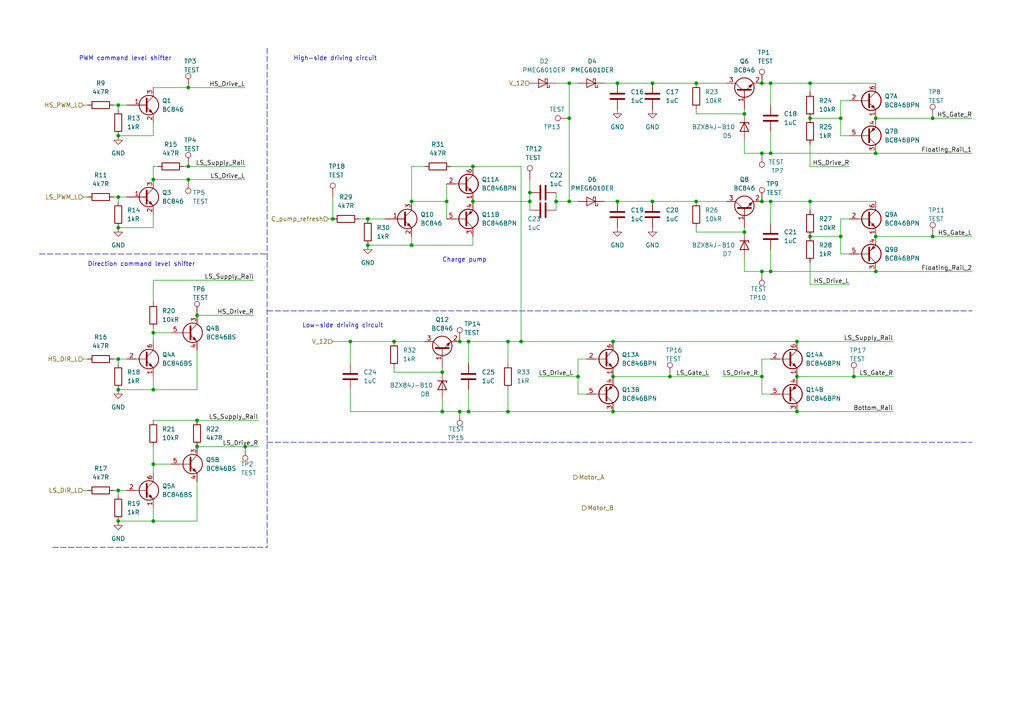
<source format=kicad_sch>
(kicad_sch (version 20211123) (generator eeschema)
  (paper "A4")
  (lib_symbols
    (symbol "Connector:TestPoint" (pin_numbers hide) (pin_names (offset 0.762) hide)
      (property "Reference" "TP" (at 0 6.858 0))
      (property "Value" "TestPoint" (at 0 5.08 0))
      (symbol "TestPoint_0_1"
        (circle (center 0 3.302) (radius 0.762))
      )
      (symbol "TestPoint_1_1"
        (pin passive line (at 0 0 90) (length 2.54) (name "1") (number "1"))
      )
    )
    (symbol "Device:C" (pin_numbers hide) (pin_names (offset 0.254))
      (property "Reference" "C" (at 0.635 2.54 0))
      (property "Value" "C" (at 0.635 -2.54 0))
      (symbol "C_0_1"
        (polyline (pts (xy -2.032 -0.762) (xy 2.032 -0.762)) (stroke (width 0.508)))
        (polyline (pts (xy -2.032 0.762) (xy 2.032 0.762)) (stroke (width 0.508)))
      )
      (symbol "C_1_1"
        (pin passive line (at 0 3.81 270) (length 2.794) (name "~") (number "1"))
        (pin passive line (at 0 -3.81 90) (length 2.794) (name "~") (number "2"))
      )
    )
    (symbol "Device:R" (pin_numbers hide) (pin_names (offset 0))
      (property "Reference" "R" (at 2.032 0 90))
      (property "Value" "R" (at 0 0 90))
      (symbol "R_0_1"
        (rectangle (start -1.016 -2.54) (end 1.016 2.54) (stroke (width 0.254)))
      )
      (symbol "R_1_1"
        (pin passive line (at 0 3.81 270) (length 1.27) (name "~") (number "1"))
        (pin passive line (at 0 -3.81 90) (length 1.27) (name "~") (number "2"))
      )
    )
    (symbol "Diode:BZX84Cxx" (pin_numbers hide) (pin_names hide)
      (property "Reference" "D" (at 0 3.81 0))
      (property "Value" "BZX84Cxx" (at 0 -3.81 0))
      (symbol "BZX84Cxx_0_1"
        (polyline (pts (xy 1.27 0) (xy -1.27 0)))
        (polyline (pts (xy -1.27 -1.27) (xy -1.27 1.27) (xy -0.762 1.27)) (stroke (width 0.254)))
        (polyline (pts (xy 1.27 -1.27) (xy 1.27 1.27) (xy -1.27 0) (xy 1.27 -1.27)) (stroke (width 0.254)))
      )
      (symbol "BZX84Cxx_1_1"
        (pin passive line (at 3.81 0 180) (length 2.54) (name "A") (number "1"))
        (pin no_connect line (at 1.27 0 180) (length 2.54) hide (name "NC") (number "2"))
        (pin passive line (at -3.81 0 0) (length 2.54) (name "K") (number "3"))
      )
    )
    (symbol "Diode:PMEG6010ER" (pin_numbers hide) (pin_names hide)
      (property "Reference" "D" (at 0 2.54 0))
      (property "Value" "PMEG6010ER" (at 0 -2.54 0))
      (symbol "PMEG6010ER_0_1"
        (polyline (pts (xy 1.27 0) (xy -1.27 0)))
        (polyline (pts (xy 1.27 1.27) (xy 1.27 -1.27) (xy -1.27 0) (xy 1.27 1.27)) (stroke (width 0.2032)))
        (polyline (pts (xy -1.905 0.635) (xy -1.905 1.27) (xy -1.27 1.27) (xy -1.27 -1.27) (xy -0.635 -1.27) (xy -0.635 -0.635)) (stroke (width 0.2032)))
      )
      (symbol "PMEG6010ER_1_1"
        (pin passive line (at -3.81 0 0) (length 2.54) (name "K") (number "1"))
        (pin passive line (at 3.81 0 180) (length 2.54) (name "A") (number "2"))
      )
    )
    (symbol "Transistor_BJT:BC846" (pin_names (offset 0) hide)
      (property "Reference" "Q" (at 5.08 1.905 0))
      (property "Value" "BC846" (at 5.08 0 0))
      (symbol "BC846_0_1"
        (polyline (pts (xy 0.635 0.635) (xy 2.54 2.54)))
        (polyline (pts (xy 0.635 -0.635) (xy 2.54 -2.54) (xy 2.54 -2.54)))
        (polyline (pts (xy 0.635 1.905) (xy 0.635 -1.905) (xy 0.635 -1.905)) (stroke (width 0.508)))
        (polyline (pts (xy 1.27 -1.778) (xy 1.778 -1.27) (xy 2.286 -2.286) (xy 1.27 -1.778) (xy 1.27 -1.778)) (fill (type outline)))
        (circle (center 1.27 0) (radius 2.8194) (stroke (width 0.254)))
      )
      (symbol "BC846_1_1"
        (pin input line (at -5.08 0 0) (length 5.715) (name "B") (number "1"))
        (pin passive line (at 2.54 -5.08 90) (length 2.54) (name "E") (number "2"))
        (pin passive line (at 2.54 5.08 270) (length 2.54) (name "C") (number "3"))
      )
    )
    (symbol "Transistor_BJT:BC846BPN" (pin_names (offset 0) hide)
      (property "Reference" "Q" (at 5.08 1.27 0))
      (property "Value" "BC846BPN" (at 5.08 -1.27 0))
      (symbol "BC846BPN_0_1"
        (polyline (pts (xy 0.635 0) (xy -2.54 0)))
        (circle (center 1.27 0) (radius 2.8194) (stroke (width 0.254)))
        (circle (center 1.27 0) (radius 2.8194) (stroke (width 0.254)))
      )
      (symbol "BC846BPN_1_1"
        (polyline (pts (xy 0.635 0.635) (xy 2.54 2.54)))
        (polyline (pts (xy 0.635 -0.635) (xy 2.54 -2.54) (xy 2.54 -2.54)))
        (polyline (pts (xy 0.635 1.905) (xy 0.635 -1.905) (xy 0.635 -1.905)) (stroke (width 0.508)))
        (polyline (pts (xy 1.27 -1.778) (xy 1.778 -1.27) (xy 2.286 -2.286) (xy 1.27 -1.778) (xy 1.27 -1.778)) (fill (type outline)))
        (pin passive line (at 2.54 -5.08 90) (length 2.54) (name "E1") (number "1"))
        (pin input line (at -5.08 0 0) (length 2.54) (name "B1") (number "2"))
        (pin passive line (at 2.54 5.08 270) (length 2.54) (name "C1") (number "6"))
      )
      (symbol "BC846BPN_2_1"
        (polyline (pts (xy 0.635 0.635) (xy 2.54 2.54)))
        (polyline (pts (xy 0.635 -0.635) (xy 2.54 -2.54) (xy 2.54 -2.54)))
        (polyline (pts (xy 0.635 1.905) (xy 0.635 -1.905) (xy 0.635 -1.905)) (stroke (width 0.508)))
        (polyline (pts (xy 2.286 -1.778) (xy 1.778 -2.286) (xy 1.27 -1.27) (xy 2.286 -1.778) (xy 2.286 -1.778)) (fill (type outline)))
        (pin passive line (at 2.54 5.08 270) (length 2.54) (name "C2") (number "3"))
        (pin passive line (at 2.54 -5.08 90) (length 2.54) (name "E2") (number "4"))
        (pin input line (at -5.08 0 0) (length 2.54) (name "B2") (number "5"))
      )
    )
    (symbol "Transistor_BJT:BC846BS" (pin_names (offset 0) hide)
      (property "Reference" "Q" (at 5.08 1.27 0))
      (property "Value" "BC846BS" (at 5.08 -1.27 0))
      (symbol "BC846BS_0_1"
        (polyline (pts (xy 0.635 0) (xy -2.54 0)))
        (polyline (pts (xy 0.635 0.635) (xy 2.54 2.54)))
        (polyline (pts (xy 0.635 -0.635) (xy 2.54 -2.54) (xy 2.54 -2.54)))
        (polyline (pts (xy 0.635 1.905) (xy 0.635 -1.905) (xy 0.635 -1.905)) (stroke (width 0.508)))
        (polyline (pts (xy 1.27 -1.778) (xy 1.778 -1.27) (xy 2.286 -2.286) (xy 1.27 -1.778) (xy 1.27 -1.778)) (fill (type outline)))
        (circle (center 1.27 0) (radius 2.8194) (stroke (width 0.254)))
      )
      (symbol "BC846BS_1_1"
        (pin passive line (at 2.54 -5.08 90) (length 2.54) (name "E1") (number "1"))
        (pin input line (at -5.08 0 0) (length 2.54) (name "B1") (number "2"))
        (pin passive line (at 2.54 5.08 270) (length 2.54) (name "C1") (number "6"))
      )
      (symbol "BC846BS_2_1"
        (pin passive line (at 2.54 5.08 270) (length 2.54) (name "C2") (number "3"))
        (pin passive line (at 2.54 -5.08 90) (length 2.54) (name "E2") (number "4"))
        (pin input line (at -5.08 0 0) (length 2.54) (name "B2") (number "5"))
      )
    )
    (symbol "power:GND" (power) (pin_names (offset 0))
      (property "Value" "GND" (at 0 -3.81 0))
      (symbol "GND_0_1"
        (polyline (pts (xy 0 0) (xy 0 -1.27) (xy 1.27 -1.27) (xy 0 -2.54) (xy -1.27 -1.27) (xy 0 -1.27)))
      )
      (symbol "GND_1_1"
        (pin power_in line (at 0 0 270) (length 0) hide (name "GND") (number "1"))
      )
    )
  )
  (junction (at 151.13 99.06))
  (junction (at 189.23 24.13))
  (junction (at 194.31 109.22))
  (junction (at 177.8 109.22))
  (junction (at 96.52 63.5))
  (junction (at 44.45 96.52))
  (junction (at 201.93 58.42))
  (junction (at 57.15 91.44))
  (junction (at 135.89 119.38))
  (junction (at 128.27 119.38))
  (junction (at 177.8 99.06))
  (junction (at 247.65 109.22))
  (junction (at 179.07 24.13))
  (junction (at 34.29 113.03))
  (junction (at 234.95 24.13))
  (junction (at 106.68 63.5))
  (junction (at 270.51 68.58))
  (junction (at 234.95 58.42))
  (junction (at 57.15 129.54))
  (junction (at 161.29 58.42))
  (junction (at 34.29 151.13))
  (junction (at 54.61 48.26))
  (junction (at 135.89 99.06))
  (junction (at 220.98 78.74))
  (junction (at 153.67 55.88))
  (junction (at 223.52 44.45))
  (junction (at 177.8 119.38))
  (junction (at 254 44.45))
  (junction (at 167.64 109.22))
  (junction (at 128.27 107.95))
  (junction (at 44.45 113.03))
  (junction (at 119.38 71.12))
  (junction (at 54.61 25.4))
  (junction (at 220.98 109.22))
  (junction (at 231.14 119.38))
  (junction (at 137.16 58.42))
  (junction (at 153.67 58.42))
  (junction (at 254 34.29))
  (junction (at 34.29 30.48))
  (junction (at 101.6 99.06))
  (junction (at 189.23 58.42))
  (junction (at 147.32 99.06))
  (junction (at 201.93 24.13))
  (junction (at 34.29 142.24))
  (junction (at 129.54 58.42))
  (junction (at 231.14 99.06))
  (junction (at 243.84 34.29))
  (junction (at 119.38 58.42))
  (junction (at 254 78.74))
  (junction (at 234.95 68.58))
  (junction (at 243.84 68.58))
  (junction (at 179.07 58.42))
  (junction (at 114.3 99.06))
  (junction (at 220.98 24.13))
  (junction (at 34.29 104.14))
  (junction (at 231.14 109.22))
  (junction (at 254 68.58))
  (junction (at 133.35 99.06))
  (junction (at 270.51 34.29))
  (junction (at 44.45 134.62))
  (junction (at 220.98 58.42))
  (junction (at 215.9 67.31))
  (junction (at 220.98 44.45))
  (junction (at 34.29 57.15))
  (junction (at 165.1 34.29))
  (junction (at 147.32 119.38))
  (junction (at 54.61 52.07))
  (junction (at 44.45 52.07))
  (junction (at 44.45 151.13))
  (junction (at 137.16 48.26))
  (junction (at 223.52 58.42))
  (junction (at 165.1 58.42))
  (junction (at 215.9 33.02))
  (junction (at 57.15 121.92))
  (junction (at 223.52 78.74))
  (junction (at 165.1 24.13))
  (junction (at 223.52 24.13))
  (junction (at 133.35 119.38))
  (junction (at 34.29 39.37))
  (junction (at 34.29 66.04))
  (junction (at 234.95 34.29))
  (junction (at 71.12 129.54))
  (junction (at 106.68 71.12))
  (wire (pts (xy 177.8 119.38) (xy 231.14 119.38)))
  (wire (pts (xy 161.29 24.13) (xy 165.1 24.13)))
  (wire (pts (xy 247.65 109.22) (xy 259.08 109.22)))
  (wire (pts (xy 44.45 121.92) (xy 57.15 121.92)))
  (wire (pts (xy 44.45 39.37) (xy 44.45 35.56)))
  (wire (pts (xy 243.84 68.58) (xy 243.84 73.66)))
  (wire (pts (xy 220.98 109.22) (xy 220.98 104.14)))
  (wire (pts (xy 201.93 58.42) (xy 210.82 58.42)))
  (wire (pts (xy 234.95 58.42) (xy 234.95 60.96)))
  (wire (pts (xy 24.13 104.14) (xy 25.4 104.14)))
  (wire (pts (xy 119.38 68.58) (xy 119.38 71.12)))
  (wire (pts (xy 243.84 34.29) (xy 243.84 39.37)))
  (wire (pts (xy 57.15 113.03) (xy 57.15 101.6)))
  (wire (pts (xy 234.95 24.13) (xy 234.95 26.67)))
  (wire (pts (xy 33.02 104.14) (xy 34.29 104.14)))
  (wire (pts (xy 135.89 99.06) (xy 135.89 105.41)))
  (wire (pts (xy 34.29 104.14) (xy 34.29 105.41)))
  (wire (pts (xy 114.3 99.06) (xy 123.19 99.06)))
  (wire (pts (xy 179.07 58.42) (xy 189.23 58.42)))
  (wire (pts (xy 24.13 30.48) (xy 25.4 30.48)))
  (wire (pts (xy 161.29 58.42) (xy 165.1 58.42)))
  (wire (pts (xy 44.45 147.32) (xy 44.45 151.13)))
  (wire (pts (xy 147.32 99.06) (xy 151.13 99.06)))
  (wire (pts (xy 234.95 58.42) (xy 254 58.42)))
  (wire (pts (xy 270.51 68.58) (xy 281.94 68.58)))
  (wire (pts (xy 220.98 24.13) (xy 223.52 24.13)))
  (wire (pts (xy 179.07 24.13) (xy 189.23 24.13)))
  (wire (pts (xy 234.95 34.29) (xy 243.84 34.29)))
  (wire (pts (xy 57.15 121.92) (xy 74.93 121.92)))
  (wire (pts (xy 223.52 58.42) (xy 234.95 58.42)))
  (wire (pts (xy 34.29 58.42) (xy 34.29 57.15)))
  (wire (pts (xy 44.45 134.62) (xy 44.45 137.16)))
  (wire (pts (xy 167.64 109.22) (xy 167.64 114.3)))
  (wire (pts (xy 128.27 119.38) (xy 101.6 119.38)))
  (polyline (pts (xy 15.24 158.75) (xy 77.47 158.75)))
  (wire (pts (xy 135.89 119.38) (xy 133.35 119.38)))
  (wire (pts (xy 151.13 48.26) (xy 151.13 99.06)))
  (wire (pts (xy 114.3 107.95) (xy 128.27 107.95)))
  (wire (pts (xy 175.26 58.42) (xy 179.07 58.42)))
  (wire (pts (xy 234.95 82.55) (xy 246.38 82.55)))
  (wire (pts (xy 34.29 113.03) (xy 44.45 113.03)))
  (wire (pts (xy 53.34 48.26) (xy 54.61 48.26)))
  (wire (pts (xy 167.64 114.3) (xy 170.18 114.3)))
  (wire (pts (xy 156.21 109.22) (xy 167.64 109.22)))
  (wire (pts (xy 189.23 58.42) (xy 201.93 58.42)))
  (wire (pts (xy 44.45 52.07) (xy 54.61 52.07)))
  (wire (pts (xy 44.45 96.52) (xy 44.45 99.06)))
  (wire (pts (xy 101.6 99.06) (xy 114.3 99.06)))
  (wire (pts (xy 234.95 48.26) (xy 246.38 48.26)))
  (wire (pts (xy 128.27 107.95) (xy 128.27 106.68)))
  (wire (pts (xy 119.38 71.12) (xy 137.16 71.12)))
  (wire (pts (xy 137.16 58.42) (xy 153.67 58.42)))
  (wire (pts (xy 135.89 113.03) (xy 135.89 119.38)))
  (wire (pts (xy 106.68 71.12) (xy 119.38 71.12)))
  (wire (pts (xy 101.6 119.38) (xy 101.6 113.03)))
  (wire (pts (xy 167.64 104.14) (xy 170.18 104.14)))
  (wire (pts (xy 34.29 57.15) (xy 33.02 57.15)))
  (wire (pts (xy 57.15 129.54) (xy 71.12 129.54)))
  (wire (pts (xy 106.68 63.5) (xy 111.76 63.5)))
  (wire (pts (xy 254 68.58) (xy 270.51 68.58)))
  (wire (pts (xy 177.8 99.06) (xy 231.14 99.06)))
  (wire (pts (xy 34.29 57.15) (xy 36.83 57.15)))
  (wire (pts (xy 234.95 41.91) (xy 234.95 48.26)))
  (wire (pts (xy 123.19 48.26) (xy 119.38 48.26)))
  (wire (pts (xy 128.27 119.38) (xy 133.35 119.38)))
  (wire (pts (xy 201.93 33.02) (xy 215.9 33.02)))
  (wire (pts (xy 220.98 58.42) (xy 223.52 58.42)))
  (wire (pts (xy 177.8 109.22) (xy 194.31 109.22)))
  (wire (pts (xy 243.84 73.66) (xy 246.38 73.66)))
  (polyline (pts (xy 11.43 73.66) (xy 77.47 73.66)))
  (wire (pts (xy 147.32 99.06) (xy 147.32 105.41)))
  (wire (pts (xy 243.84 39.37) (xy 246.38 39.37)))
  (wire (pts (xy 34.29 30.48) (xy 36.83 30.48)))
  (wire (pts (xy 54.61 25.4) (xy 71.12 25.4)))
  (wire (pts (xy 44.45 52.07) (xy 44.45 48.26)))
  (wire (pts (xy 34.29 66.04) (xy 44.45 66.04)))
  (wire (pts (xy 151.13 99.06) (xy 177.8 99.06)))
  (wire (pts (xy 215.9 78.74) (xy 215.9 74.93)))
  (wire (pts (xy 215.9 67.31) (xy 215.9 66.04)))
  (wire (pts (xy 223.52 24.13) (xy 234.95 24.13)))
  (wire (pts (xy 231.14 119.38) (xy 259.08 119.38)))
  (wire (pts (xy 165.1 24.13) (xy 165.1 34.29)))
  (wire (pts (xy 231.14 99.06) (xy 259.08 99.06)))
  (wire (pts (xy 54.61 48.26) (xy 71.12 48.26)))
  (wire (pts (xy 147.32 119.38) (xy 177.8 119.38)))
  (wire (pts (xy 165.1 24.13) (xy 167.64 24.13)))
  (wire (pts (xy 223.52 58.42) (xy 223.52 64.77)))
  (wire (pts (xy 215.9 44.45) (xy 220.98 44.45)))
  (wire (pts (xy 243.84 63.5) (xy 246.38 63.5)))
  (wire (pts (xy 254 78.74) (xy 281.94 78.74)))
  (wire (pts (xy 201.93 67.31) (xy 215.9 67.31)))
  (wire (pts (xy 220.98 104.14) (xy 223.52 104.14)))
  (wire (pts (xy 96.52 57.15) (xy 96.52 63.5)))
  (wire (pts (xy 104.14 63.5) (xy 106.68 63.5)))
  (wire (pts (xy 220.98 114.3) (xy 223.52 114.3)))
  (wire (pts (xy 49.53 134.62) (xy 44.45 134.62)))
  (wire (pts (xy 161.29 55.88) (xy 161.29 58.42)))
  (polyline (pts (xy 77.47 128.27) (xy 281.94 128.27)))
  (wire (pts (xy 129.54 58.42) (xy 129.54 63.5)))
  (wire (pts (xy 24.13 142.24) (xy 25.4 142.24)))
  (wire (pts (xy 153.67 55.88) (xy 153.67 58.42)))
  (wire (pts (xy 243.84 68.58) (xy 243.84 63.5)))
  (wire (pts (xy 119.38 58.42) (xy 129.54 58.42)))
  (wire (pts (xy 209.55 109.22) (xy 220.98 109.22)))
  (wire (pts (xy 34.29 30.48) (xy 34.29 31.75)))
  (wire (pts (xy 234.95 24.13) (xy 254 24.13)))
  (wire (pts (xy 223.52 38.1) (xy 223.52 44.45)))
  (wire (pts (xy 34.29 143.51) (xy 34.29 142.24)))
  (wire (pts (xy 130.81 48.26) (xy 137.16 48.26)))
  (wire (pts (xy 153.67 52.07) (xy 153.67 55.88)))
  (wire (pts (xy 165.1 58.42) (xy 167.64 58.42)))
  (wire (pts (xy 220.98 109.22) (xy 220.98 114.3)))
  (wire (pts (xy 135.89 119.38) (xy 147.32 119.38)))
  (wire (pts (xy 44.45 95.25) (xy 44.45 96.52)))
  (wire (pts (xy 44.45 113.03) (xy 44.45 109.22)))
  (wire (pts (xy 147.32 113.03) (xy 147.32 119.38)))
  (wire (pts (xy 128.27 119.38) (xy 128.27 115.57)))
  (wire (pts (xy 254 44.45) (xy 281.94 44.45)))
  (wire (pts (xy 33.02 30.48) (xy 34.29 30.48)))
  (wire (pts (xy 254 34.29) (xy 270.51 34.29)))
  (wire (pts (xy 24.13 57.15) (xy 25.4 57.15)))
  (wire (pts (xy 201.93 33.02) (xy 201.93 31.75)))
  (wire (pts (xy 215.9 44.45) (xy 215.9 40.64)))
  (wire (pts (xy 114.3 107.95) (xy 114.3 106.68)))
  (wire (pts (xy 215.9 78.74) (xy 220.98 78.74)))
  (wire (pts (xy 189.23 24.13) (xy 201.93 24.13)))
  (wire (pts (xy 194.31 109.22) (xy 205.74 109.22)))
  (wire (pts (xy 223.52 78.74) (xy 220.98 78.74)))
  (wire (pts (xy 201.93 67.31) (xy 201.93 66.04)))
  (wire (pts (xy 57.15 139.7) (xy 57.15 151.13)))
  (wire (pts (xy 223.52 44.45) (xy 220.98 44.45)))
  (wire (pts (xy 44.45 48.26) (xy 45.72 48.26)))
  (wire (pts (xy 71.12 129.54) (xy 74.93 129.54)))
  (wire (pts (xy 223.52 72.39) (xy 223.52 78.74)))
  (wire (pts (xy 254 44.45) (xy 223.52 44.45)))
  (wire (pts (xy 254 78.74) (xy 223.52 78.74)))
  (wire (pts (xy 95.25 63.5) (xy 96.52 63.5)))
  (wire (pts (xy 231.14 109.22) (xy 247.65 109.22)))
  (wire (pts (xy 161.29 58.42) (xy 161.29 60.96)))
  (wire (pts (xy 234.95 68.58) (xy 243.84 68.58)))
  (wire (pts (xy 44.45 96.52) (xy 49.53 96.52)))
  (wire (pts (xy 243.84 29.21) (xy 246.38 29.21)))
  (polyline (pts (xy 77.47 73.66) (xy 77.47 158.75)))
  (wire (pts (xy 234.95 76.2) (xy 234.95 82.55)))
  (wire (pts (xy 270.51 34.29) (xy 281.94 34.29)))
  (wire (pts (xy 44.45 87.63) (xy 44.45 81.28)))
  (wire (pts (xy 57.15 91.44) (xy 73.66 91.44)))
  (wire (pts (xy 44.45 25.4) (xy 54.61 25.4)))
  (wire (pts (xy 101.6 99.06) (xy 101.6 105.41)))
  (wire (pts (xy 34.29 151.13) (xy 44.45 151.13)))
  (wire (pts (xy 223.52 24.13) (xy 223.52 30.48)))
  (wire (pts (xy 34.29 104.14) (xy 36.83 104.14)))
  (wire (pts (xy 44.45 129.54) (xy 44.45 134.62)))
  (wire (pts (xy 34.29 142.24) (xy 36.83 142.24)))
  (wire (pts (xy 129.54 53.34) (xy 129.54 58.42)))
  (wire (pts (xy 153.67 58.42) (xy 153.67 60.96)))
  (wire (pts (xy 96.52 99.06) (xy 101.6 99.06)))
  (wire (pts (xy 57.15 151.13) (xy 44.45 151.13)))
  (wire (pts (xy 44.45 62.23) (xy 44.45 66.04)))
  (wire (pts (xy 167.64 109.22) (xy 167.64 104.14)))
  (wire (pts (xy 119.38 48.26) (xy 119.38 58.42)))
  (polyline (pts (xy 77.47 13.97) (xy 77.47 73.66)))
  (wire (pts (xy 215.9 33.02) (xy 215.9 31.75)))
  (wire (pts (xy 201.93 24.13) (xy 210.82 24.13)))
  (wire (pts (xy 175.26 24.13) (xy 179.07 24.13)))
  (wire (pts (xy 54.61 52.07) (xy 71.12 52.07)))
  (wire (pts (xy 44.45 81.28) (xy 73.66 81.28)))
  (polyline (pts (xy 77.47 90.17) (xy 281.94 90.17)))
  (wire (pts (xy 44.45 113.03) (xy 57.15 113.03)))
  (wire (pts (xy 137.16 48.26) (xy 151.13 48.26)))
  (wire (pts (xy 243.84 34.29) (xy 243.84 29.21)))
  (wire (pts (xy 34.29 142.24) (xy 33.02 142.24)))
  (wire (pts (xy 165.1 34.29) (xy 165.1 58.42)))
  (wire (pts (xy 137.16 71.12) (xy 137.16 68.58)))
  (wire (pts (xy 135.89 99.06) (xy 147.32 99.06)))
  (wire (pts (xy 133.35 99.06) (xy 135.89 99.06)))
  (wire (pts (xy 34.29 39.37) (xy 44.45 39.37)))
  (text "Direction command level shifter" (at 25.4 77.47 0) (effects (font (size 1.27 1.27)) (justify left bottom)))
  (text "Charge pump" (at 128.27 76.2 0) (effects (font (size 1.27 1.27)) (justify left bottom)))
  (text "High-side driving circuit" (at 85.09 17.78 0) (effects (font (size 1.27 1.27)) (justify left bottom)))
  (text "PWM command level shifter" (at 22.86 17.78 0) (effects (font (size 1.27 1.27)) (justify left bottom)))
  (text "Low-side driving circuit" (at 87.63 95.25 0) (effects (font (size 1.27 1.27)) (justify left bottom)))
  (label "LS_Gate_L" (at 205.74 109.22 180))
  (label "LS_Drive_R" (at 74.93 129.54 180))
  (label "LS_Supply_Rail" (at 71.12 48.26 180))
  (label "LS_Gate_R" (at 259.08 109.22 180))
  (label "LS_Supply_Rail" (at 73.66 81.28 180))
  (label "HS_Drive_R" (at 246.38 48.26 180))
  (label "LS_Drive_L" (at 71.12 52.07 180))
  (label "HS_Gate_L" (at 281.94 68.58 180))
  (label "Floating_Rail_1" (at 281.94 44.45 180))
  (label "LS_Supply_Rail" (at 259.08 99.06 180))
  (label "LS_Supply_Rail" (at 74.93 121.92 180))
  (label "LS_Drive_R" (at 209.55 109.22 0))
  (label "LS_Drive_L" (at 156.21 109.22 0))
  (label "HS_Drive_R" (at 73.66 91.44 180))
  (label "Bottom_Rail" (at 259.08 119.38 180))
  (label "Floating_Rail_2" (at 281.94 78.74 180))
  (label "HS_Drive_L" (at 71.12 25.4 180))
  (label "HS_Gate_R" (at 281.94 34.29 180))
  (label "HS_Drive_L" (at 246.38 82.55 180))
  (hierarchical_label "V_12" (shape input) (at 96.52 99.06 180))
  (hierarchical_label "HS_DIR_L" (shape input) (at 24.13 104.14 180))
  (hierarchical_label "Motor_A" (shape output) (at 166.37 138.43 0))
  (hierarchical_label "Motor_B" (shape output) (at 168.91 147.32 0))
  (hierarchical_label "LS_PWM_L" (shape input) (at 24.13 57.15 180))
  (hierarchical_label "LS_DIR_L" (shape input) (at 24.13 142.24 180))
  (hierarchical_label "HS_PWM_L" (shape input) (at 24.13 30.48 180))
  (hierarchical_label "C_pump_refresh" (shape input) (at 95.25 63.5 180))
  (hierarchical_label "V_12" (shape input) (at 153.67 24.13 180))
  (symbol (lib_id "Connector:TestPoint") (at 165.1 34.29 90) (unit 1)
    (property "Reference" "TP13" (at 162.56 36.83 90) (effects (justify left)))
    (property "Value" "TEST" (at 163.83 31.75 90) (effects (justify left)))
  )
  (symbol (lib_id "Transistor_BJT:BC846") (at 41.91 30.48 0) (unit 1)
    (property "Reference" "Q1" (at 46.99 29.2099 0) (effects (justify left)))
    (property "Value" "BC846" (at 46.99 31.7499 0) (effects (justify left)))
    (property "Footprint" "Package_TO_SOT_SMD:SOT-23" (effects hide))
    (property "Datasheet" "https://assets.nexperia.com/documents/data-sheet/BC846_SER.pdf" (effects hide))
  )
  (symbol (lib_id "Diode:BZX84Cxx") (at 128.27 111.76 270) (unit 1)
    (property "Reference" "D8" (at 121.92 114.3 90) (effects (justify left)))
    (property "Value" "BZX84J-B10" (at 113.03 111.76 90) (effects (justify left)))
    (property "Footprint" "Package_TO_SOT_SMD:SOT-23" (effects hide))
    (property "Datasheet" "https://diotec.com/tl_files/diotec/files/pdf/datasheets/bzx84c2v4.pdf" (effects hide))
  )
  (symbol (lib_id "Connector:TestPoint") (at 153.67 52.07 0) (unit 1)
    (property "Reference" "TP12" (at 152.4 43.18 0) (effects (justify left)))
    (property "Value" "TEST" (at 152.4 45.72 0) (effects (justify left)))
  )
  (symbol (lib_id "Device:R") (at 106.68 67.31 0) (unit 1)
    (property "Reference" "R30" (at 109.22 66.0399 0) (effects (justify left)))
    (property "Value" "1kR" (at 109.22 68.5799 0) (effects (justify left)))
  )
  (symbol (lib_id "Device:R") (at 57.15 125.73 0) (unit 1)
    (property "Reference" "R22" (at 59.69 124.4599 0) (effects (justify left)))
    (property "Value" "4k7R" (at 59.69 126.9999 0) (effects (justify left)))
  )
  (symbol (lib_id "Connector:TestPoint") (at 71.12 129.54 180) (unit 1)
    (property "Reference" "TP2" (at 69.85 134.62 0) (effects (justify right)))
    (property "Value" "TEST" (at 69.85 137.16 0) (effects (justify right)))
  )
  (symbol (lib_id "Device:C") (at 101.6 109.22 0) (unit 1)
    (property "Reference" "C24" (at 105.41 107.9499 0) (effects (justify left)))
    (property "Value" "1uC" (at 105.41 110.4899 0) (effects (justify left)))
  )
  (symbol (lib_id "power:GND") (at 34.29 113.03 0) (unit 1)
    (property "Reference" "#PWR044" (effects hide))
    (property "Value" "GND" (at 34.29 118.11 0))
  )
  (symbol (lib_id "Device:R") (at 29.21 57.15 90) (unit 1)
    (property "Reference" "R11" (at 29.21 50.8 90))
    (property "Value" "4k7R" (at 29.21 53.34 90))
  )
  (symbol (lib_id "Transistor_BJT:BC846") (at 128.27 101.6 90) (unit 1)
    (property "Reference" "Q12" (at 128.27 92.71 90))
    (property "Value" "BC846" (at 128.27 95.25 90))
    (property "Footprint" "Package_TO_SOT_SMD:SOT-23" (effects hide))
    (property "Datasheet" "https://assets.nexperia.com/documents/data-sheet/BC846_SER.pdf" (effects hide))
  )
  (symbol (lib_id "Transistor_BJT:BC846BPN") (at 251.46 73.66 0) (mirror x) (unit 2)
    (property "Reference" "Q9" (at 256.54 72.3899 0) (effects (justify left)))
    (property "Value" "BC846BPN" (at 256.54 74.9299 0) (effects (justify left)))
    (property "Footprint" "Package_TO_SOT_SMD:SOT-363_SC-70-6" (effects hide))
    (property "Datasheet" "https://assets.nexperia.com/documents/data-sheet/BC846BPN.pdf" (effects hide))
  )
  (symbol (lib_id "Connector:TestPoint") (at 54.61 25.4 0) (unit 1)
    (property "Reference" "TP3" (at 53.34 17.78 0) (effects (justify left)))
    (property "Value" "TEST" (at 53.34 20.32 0) (effects (justify left)))
  )
  (symbol (lib_id "Device:C") (at 179.07 62.23 0) (unit 1)
    (property "Reference" "C19" (at 182.88 60.9599 0) (effects (justify left)))
    (property "Value" "1uC" (at 182.88 63.4999 0) (effects (justify left)))
  )
  (symbol (lib_id "Device:R") (at 34.29 109.22 0) (unit 1)
    (property "Reference" "R18" (at 36.83 107.9499 0) (effects (justify left)))
    (property "Value" "1kR" (at 36.83 110.4899 0) (effects (justify left)))
  )
  (symbol (lib_id "Transistor_BJT:BC846BPN") (at 228.6 114.3 0) (mirror x) (unit 2)
    (property "Reference" "Q14" (at 233.68 113.0299 0) (effects (justify left)))
    (property "Value" "BC846BPN" (at 233.68 115.5699 0) (effects (justify left)))
    (property "Footprint" "Package_TO_SOT_SMD:SOT-363_SC-70-6" (effects hide))
    (property "Datasheet" "https://assets.nexperia.com/documents/data-sheet/BC846BPN.pdf" (effects hide))
  )
  (symbol (lib_id "Transistor_BJT:BC846") (at 215.9 26.67 90) (unit 1)
    (property "Reference" "Q6" (at 215.9 17.78 90))
    (property "Value" "BC846" (at 215.9 20.32 90))
    (property "Footprint" "Package_TO_SOT_SMD:SOT-23" (effects hide))
    (property "Datasheet" "https://assets.nexperia.com/documents/data-sheet/BC846_SER.pdf" (effects hide))
  )
  (symbol (lib_id "Device:C") (at 157.48 55.88 90) (unit 1)
    (property "Reference" "C22" (at 161.29 50.8 90))
    (property "Value" "1uC" (at 161.29 53.34 90))
  )
  (symbol (lib_id "Device:R") (at 147.32 109.22 0) (unit 1)
    (property "Reference" "R33" (at 149.86 107.9499 0) (effects (justify left)))
    (property "Value" "1kR" (at 149.86 110.4899 0) (effects (justify left)))
  )
  (symbol (lib_id "Device:C") (at 223.52 68.58 0) (unit 1)
    (property "Reference" "C21" (at 227.33 67.3099 0) (effects (justify left)))
    (property "Value" "1uC" (at 227.33 69.8499 0) (effects (justify left)))
  )
  (symbol (lib_id "Connector:TestPoint") (at 54.61 52.07 180) (unit 1)
    (property "Reference" "TP5" (at 55.88 55.88 0) (effects (justify right)))
    (property "Value" "TEST" (at 55.88 58.42 0) (effects (justify right)))
  )
  (symbol (lib_id "Device:R") (at 100.33 63.5 90) (unit 1)
    (property "Reference" "R29" (at 100.33 57.15 90))
    (property "Value" "4k7R" (at 100.33 59.69 90))
  )
  (symbol (lib_id "Connector:TestPoint") (at 220.98 58.42 0) (unit 1)
    (property "Reference" "TP9" (at 222.25 53.34 0) (effects (justify left)))
    (property "Value" "TEST" (at 222.25 55.88 0) (effects (justify left)))
  )
  (symbol (lib_id "Transistor_BJT:BC846BS") (at 41.91 104.14 0) (unit 1)
    (property "Reference" "Q4" (at 46.99 102.8699 0) (effects (justify left)))
    (property "Value" "BC846BS" (at 46.99 105.4099 0) (effects (justify left)))
    (property "Footprint" "Package_TO_SOT_SMD:SOT-363_SC-70-6" (effects hide))
    (property "Datasheet" "https://assets.nexperia.com/documents/data-sheet/BC846BS.pdf" (effects hide))
  )
  (symbol (lib_id "Diode:PMEG6010ER") (at 171.45 58.42 180) (unit 1)
    (property "Reference" "D6" (at 171.7675 52.07 0))
    (property "Value" "PMEG6010ER" (at 171.7675 54.61 0))
    (property "Footprint" "Diode_SMD:Nexperia_CFP3_SOD-123W" (effects hide))
    (property "Datasheet" "https://assets.nexperia.com/documents/data-sheet/PMEG6010ER.pdf" (effects hide))
  )
  (symbol (lib_id "Device:R") (at 201.93 27.94 0) (unit 1)
    (property "Reference" "R23" (at 204.47 26.6699 0) (effects (justify left)))
    (property "Value" "10kR" (at 204.47 29.2099 0) (effects (justify left)))
  )
  (symbol (lib_id "Device:R") (at 44.45 91.44 0) (unit 1)
    (property "Reference" "R20" (at 46.99 90.1699 0) (effects (justify left)))
    (property "Value" "10kR" (at 46.99 92.7099 0) (effects (justify left)))
  )
  (symbol (lib_id "power:GND") (at 34.29 39.37 0) (unit 1)
    (property "Reference" "#PWR039" (effects hide))
    (property "Value" "GND" (at 34.29 44.45 0))
  )
  (symbol (lib_id "Transistor_BJT:BC846BPN") (at 175.26 114.3 0) (mirror x) (unit 2)
    (property "Reference" "Q13" (at 180.34 113.0299 0) (effects (justify left)))
    (property "Value" "BC846BPN" (at 180.34 115.5699 0) (effects (justify left)))
    (property "Footprint" "Package_TO_SOT_SMD:SOT-363_SC-70-6" (effects hide))
    (property "Datasheet" "https://assets.nexperia.com/documents/data-sheet/BC846BPN.pdf" (effects hide))
  )
  (symbol (lib_id "Connector:TestPoint") (at 133.35 99.06 0) (unit 1)
    (property "Reference" "TP14" (at 134.62 93.98 0) (effects (justify left)))
    (property "Value" "TEST" (at 134.62 96.52 0) (effects (justify left)))
  )
  (symbol (lib_id "Device:C") (at 157.48 60.96 90) (unit 1)
    (property "Reference" "C23" (at 154.94 63.5 90))
    (property "Value" "1uC" (at 154.94 66.04 90))
  )
  (symbol (lib_id "Connector:TestPoint") (at 220.98 24.13 0) (unit 1)
    (property "Reference" "TP1" (at 219.71 15.24 0) (effects (justify left)))
    (property "Value" "TEST" (at 219.71 17.78 0) (effects (justify left)))
  )
  (symbol (lib_id "Device:R") (at 34.29 147.32 0) (unit 1)
    (property "Reference" "R19" (at 36.83 146.0499 0) (effects (justify left)))
    (property "Value" "1kR" (at 36.83 148.5899 0) (effects (justify left)))
  )
  (symbol (lib_id "Connector:TestPoint") (at 194.31 109.22 0) (unit 1)
    (property "Reference" "TP16" (at 193.04 101.6 0) (effects (justify left)))
    (property "Value" "TEST" (at 193.04 104.14 0) (effects (justify left)))
  )
  (symbol (lib_id "Transistor_BJT:BC846") (at 116.84 63.5 0) (unit 1)
    (property "Reference" "Q10" (at 121.92 62.2299 0) (effects (justify left)))
    (property "Value" "BC846" (at 121.92 64.7699 0) (effects (justify left)))
    (property "Footprint" "Package_TO_SOT_SMD:SOT-23" (effects hide))
    (property "Datasheet" "https://assets.nexperia.com/documents/data-sheet/BC846_SER.pdf" (effects hide))
  )
  (symbol (lib_id "Device:R") (at 234.95 72.39 0) (unit 1)
    (property "Reference" "R28" (at 237.49 71.1199 0) (effects (justify left)))
    (property "Value" "1kR" (at 237.49 73.6599 0) (effects (justify left)))
  )
  (symbol (lib_id "Diode:BZX84Cxx") (at 215.9 36.83 270) (unit 1)
    (property "Reference" "D5" (at 209.55 39.37 90) (effects (justify left)))
    (property "Value" "BZX84J-B10" (at 200.66 36.83 90) (effects (justify left)))
    (property "Footprint" "Package_TO_SOT_SMD:SOT-23" (effects hide))
    (property "Datasheet" "https://diotec.com/tl_files/diotec/files/pdf/datasheets/bzx84c2v4.pdf" (effects hide))
  )
  (symbol (lib_id "Connector:TestPoint") (at 220.98 44.45 180) (unit 1)
    (property "Reference" "TP7" (at 227.33 49.53 0) (effects (justify left)))
    (property "Value" "TEST" (at 227.33 46.99 0) (effects (justify left)))
  )
  (symbol (lib_id "Connector:TestPoint") (at 133.35 119.38 180) (unit 1)
    (property "Reference" "TP15" (at 134.62 127 0) (effects (justify left)))
    (property "Value" "TEST" (at 134.62 124.46 0) (effects (justify left)))
  )
  (symbol (lib_id "power:GND") (at 179.07 31.75 0) (unit 1)
    (property "Reference" "#PWR046" (effects hide))
    (property "Value" "GND" (at 179.07 36.83 0))
  )
  (symbol (lib_id "Transistor_BJT:BC846BS") (at 54.61 96.52 0) (unit 2)
    (property "Reference" "Q4" (at 59.69 95.2499 0) (effects (justify left)))
    (property "Value" "BC846BS" (at 59.69 97.7899 0) (effects (justify left)))
    (property "Footprint" "Package_TO_SOT_SMD:SOT-363_SC-70-6" (effects hide))
    (property "Datasheet" "https://assets.nexperia.com/documents/data-sheet/BC846BS.pdf" (effects hide))
  )
  (symbol (lib_id "Device:R") (at 201.93 62.23 0) (unit 1)
    (property "Reference" "R26" (at 204.47 60.9599 0) (effects (justify left)))
    (property "Value" "10kR" (at 204.47 63.4999 0) (effects (justify left)))
  )
  (symbol (lib_id "Device:C") (at 189.23 27.94 0) (unit 1)
    (property "Reference" "C17" (at 193.04 26.6699 0) (effects (justify left)))
    (property "Value" "1uC" (at 193.04 29.2099 0) (effects (justify left)))
  )
  (symbol (lib_id "Connector:TestPoint") (at 96.52 57.15 0) (unit 1)
    (property "Reference" "TP18" (at 95.25 48.26 0) (effects (justify left)))
    (property "Value" "TEST" (at 95.25 50.8 0) (effects (justify left)))
  )
  (symbol (lib_id "Device:R") (at 29.21 104.14 90) (unit 1)
    (property "Reference" "R16" (at 29.21 97.79 90))
    (property "Value" "4k7R" (at 29.21 100.33 90))
  )
  (symbol (lib_id "Device:R") (at 234.95 38.1 0) (unit 1)
    (property "Reference" "R25" (at 237.49 36.8299 0) (effects (justify left)))
    (property "Value" "1kR" (at 237.49 39.3699 0) (effects (justify left)))
  )
  (symbol (lib_id "power:GND") (at 34.29 66.04 0) (unit 1)
    (property "Reference" "#PWR040" (effects hide))
    (property "Value" "GND" (at 34.29 71.12 0))
  )
  (symbol (lib_id "Transistor_BJT:BC846BS") (at 54.61 134.62 0) (unit 2)
    (property "Reference" "Q5" (at 59.69 133.3499 0) (effects (justify left)))
    (property "Value" "BC846BS" (at 59.69 135.8899 0) (effects (justify left)))
    (property "Footprint" "Package_TO_SOT_SMD:SOT-363_SC-70-6" (effects hide))
    (property "Datasheet" "https://assets.nexperia.com/documents/data-sheet/BC846BS.pdf" (effects hide))
  )
  (symbol (lib_id "power:GND") (at 179.07 66.04 0) (unit 1)
    (property "Reference" "#PWR048" (effects hide))
    (property "Value" "GND" (at 179.07 71.12 0))
  )
  (symbol (lib_id "Transistor_BJT:BC846BS") (at 41.91 142.24 0) (unit 1)
    (property "Reference" "Q5" (at 46.99 140.9699 0) (effects (justify left)))
    (property "Value" "BC846BS" (at 46.99 143.5099 0) (effects (justify left)))
    (property "Footprint" "Package_TO_SOT_SMD:SOT-363_SC-70-6" (effects hide))
    (property "Datasheet" "https://assets.nexperia.com/documents/data-sheet/BC846BS.pdf" (effects hide))
  )
  (symbol (lib_id "Diode:PMEG6010ER") (at 157.48 24.13 180) (unit 1)
    (property "Reference" "D2" (at 157.7975 17.78 0))
    (property "Value" "PMEG6010ER" (at 157.7975 20.32 0))
    (property "Footprint" "Diode_SMD:Nexperia_CFP3_SOD-123W" (effects hide))
    (property "Datasheet" "https://assets.nexperia.com/documents/data-sheet/PMEG6010ER.pdf" (effects hide))
  )
  (symbol (lib_id "Device:R") (at 234.95 30.48 0) (unit 1)
    (property "Reference" "R24" (at 237.49 29.2099 0) (effects (justify left)))
    (property "Value" "10kR" (at 237.49 31.7499 0) (effects (justify left)))
  )
  (symbol (lib_id "power:GND") (at 189.23 31.75 0) (unit 1)
    (property "Reference" "#PWR047" (effects hide))
    (property "Value" "GND" (at 189.23 36.83 0))
  )
  (symbol (lib_id "Device:C") (at 223.52 34.29 0) (unit 1)
    (property "Reference" "C18" (at 227.33 33.0199 0) (effects (justify left)))
    (property "Value" "1uC" (at 227.33 35.5599 0) (effects (justify left)))
  )
  (symbol (lib_id "Device:R") (at 49.53 48.26 90) (unit 1)
    (property "Reference" "R15" (at 49.53 41.91 90))
    (property "Value" "4k7R" (at 49.53 44.45 90))
  )
  (symbol (lib_id "Transistor_BJT:BC846BPN") (at 134.62 63.5 0) (mirror x) (unit 2)
    (property "Reference" "Q11" (at 139.7 62.2299 0) (effects (justify left)))
    (property "Value" "BC846BPN" (at 139.7 64.7699 0) (effects (justify left)))
    (property "Footprint" "Package_TO_SOT_SMD:SOT-363_SC-70-6" (effects hide))
    (property "Datasheet" "https://assets.nexperia.com/documents/data-sheet/BC846BPN.pdf" (effects hide))
  )
  (symbol (lib_id "Connector:TestPoint") (at 220.98 78.74 180) (unit 1)
    (property "Reference" "TP10" (at 222.25 86.36 0) (effects (justify left)))
    (property "Value" "TEST" (at 222.25 83.82 0) (effects (justify left)))
  )
  (symbol (lib_id "Diode:PMEG6010ER") (at 171.45 24.13 180) (unit 1)
    (property "Reference" "D4" (at 171.7675 17.78 0))
    (property "Value" "PMEG6010ER" (at 171.7675 20.32 0))
    (property "Footprint" "Diode_SMD:Nexperia_CFP3_SOD-123W" (effects hide))
    (property "Datasheet" "https://assets.nexperia.com/documents/data-sheet/PMEG6010ER.pdf" (effects hide))
  )
  (symbol (lib_id "Device:R") (at 29.21 142.24 90) (unit 1)
    (property "Reference" "R17" (at 29.21 135.89 90))
    (property "Value" "4k7R" (at 29.21 138.43 90))
  )
  (symbol (lib_id "Connector:TestPoint") (at 270.51 68.58 0) (unit 1)
    (property "Reference" "TP11" (at 269.24 60.96 0) (effects (justify left)))
    (property "Value" "TEST" (at 269.24 63.5 0) (effects (justify left)))
  )
  (symbol (lib_id "Transistor_BJT:BC846BPN") (at 134.62 53.34 0) (unit 1)
    (property "Reference" "Q11" (at 139.7 52.0699 0) (effects (justify left)))
    (property "Value" "BC846BPN" (at 139.7 54.6099 0) (effects (justify left)))
    (property "Footprint" "Package_TO_SOT_SMD:SOT-363_SC-70-6" (effects hide))
    (property "Datasheet" "https://assets.nexperia.com/documents/data-sheet/BC846BPN.pdf" (effects hide))
  )
  (symbol (lib_id "Device:R") (at 34.29 35.56 0) (unit 1)
    (property "Reference" "R13" (at 36.83 34.2899 0) (effects (justify left)))
    (property "Value" "1kR" (at 36.83 36.8299 0) (effects (justify left)))
  )
  (symbol (lib_id "power:GND") (at 34.29 151.13 0) (unit 1)
    (property "Reference" "#PWR045" (effects hide))
    (property "Value" "GND" (at 34.29 156.21 0))
  )
  (symbol (lib_id "Device:R") (at 234.95 64.77 0) (unit 1)
    (property "Reference" "R27" (at 237.49 63.4999 0) (effects (justify left)))
    (property "Value" "10kR" (at 237.49 66.0399 0) (effects (justify left)))
  )
  (symbol (lib_id "Connector:TestPoint") (at 54.61 48.26 0) (unit 1)
    (property "Reference" "TP4" (at 53.34 40.64 0) (effects (justify left)))
    (property "Value" "TEST" (at 53.34 43.18 0) (effects (justify left)))
  )
  (symbol (lib_id "Device:R") (at 114.3 102.87 0) (unit 1)
    (property "Reference" "R32" (at 116.84 101.5999 0) (effects (justify left)))
    (property "Value" "1kR" (at 116.84 104.1399 0) (effects (justify left)))
  )
  (symbol (lib_id "Device:C") (at 189.23 62.23 0) (unit 1)
    (property "Reference" "C20" (at 193.04 60.9599 0) (effects (justify left)))
    (property "Value" "1uC" (at 193.04 63.4999 0) (effects (justify left)))
  )
  (symbol (lib_id "Connector:TestPoint") (at 57.15 91.44 0) (unit 1)
    (property "Reference" "TP6" (at 55.88 83.82 0) (effects (justify left)))
    (property "Value" "TEST" (at 55.88 86.36 0) (effects (justify left)))
  )
  (symbol (lib_id "Transistor_BJT:BC846BPN") (at 175.26 104.14 0) (unit 1)
    (property "Reference" "Q13" (at 180.34 102.8699 0) (effects (justify left)))
    (property "Value" "BC846BPN" (at 180.34 105.4099 0) (effects (justify left)))
    (property "Footprint" "Package_TO_SOT_SMD:SOT-363_SC-70-6" (effects hide))
    (property "Datasheet" "https://assets.nexperia.com/documents/data-sheet/BC846BPN.pdf" (effects hide))
  )
  (symbol (lib_id "Device:R") (at 127 48.26 90) (unit 1)
    (property "Reference" "R31" (at 127 41.91 90))
    (property "Value" "4k7R" (at 127 44.45 90))
  )
  (symbol (lib_id "Device:R") (at 44.45 125.73 0) (unit 1)
    (property "Reference" "R21" (at 46.99 124.4599 0) (effects (justify left)))
    (property "Value" "10kR" (at 46.99 126.9999 0) (effects (justify left)))
  )
  (symbol (lib_id "Transistor_BJT:BC846BPN") (at 228.6 104.14 0) (unit 1)
    (property "Reference" "Q14" (at 233.68 102.8699 0) (effects (justify left)))
    (property "Value" "BC846BPN" (at 233.68 105.4099 0) (effects (justify left)))
    (property "Footprint" "Package_TO_SOT_SMD:SOT-363_SC-70-6" (effects hide))
    (property "Datasheet" "https://assets.nexperia.com/documents/data-sheet/BC846BPN.pdf" (effects hide))
  )
  (symbol (lib_id "Connector:TestPoint") (at 247.65 109.22 0) (unit 1)
    (property "Reference" "TP17" (at 246.38 101.6 0) (effects (justify left)))
    (property "Value" "TEST" (at 246.38 104.14 0) (effects (justify left)))
  )
  (symbol (lib_id "Diode:BZX84Cxx") (at 215.9 71.12 270) (unit 1)
    (property "Reference" "D7" (at 209.55 73.66 90) (effects (justify left)))
    (property "Value" "BZX84J-B10" (at 200.66 71.12 90) (effects (justify left)))
    (property "Footprint" "Package_TO_SOT_SMD:SOT-23" (effects hide))
    (property "Datasheet" "https://diotec.com/tl_files/diotec/files/pdf/datasheets/bzx84c2v4.pdf" (effects hide))
  )
  (symbol (lib_id "Transistor_BJT:BC846BPN") (at 251.46 29.21 0) (unit 1)
    (property "Reference" "Q7" (at 256.54 27.9399 0) (effects (justify left)))
    (property "Value" "BC846BPN" (at 256.54 30.4799 0) (effects (justify left)))
    (property "Footprint" "Package_TO_SOT_SMD:SOT-363_SC-70-6" (effects hide))
    (property "Datasheet" "https://assets.nexperia.com/documents/data-sheet/BC846BPN.pdf" (effects hide))
  )
  (symbol (lib_id "Device:R") (at 29.21 30.48 90) (unit 1)
    (property "Reference" "R9" (at 29.21 24.13 90))
    (property "Value" "4k7R" (at 29.21 26.67 90))
  )
  (symbol (lib_id "Transistor_BJT:BC846BPN") (at 251.46 39.37 0) (mirror x) (unit 2)
    (property "Reference" "Q7" (at 256.54 38.0999 0) (effects (justify left)))
    (property "Value" "BC846BPN" (at 256.54 40.6399 0) (effects (justify left)))
    (property "Footprint" "Package_TO_SOT_SMD:SOT-363_SC-70-6" (effects hide))
    (property "Datasheet" "https://assets.nexperia.com/documents/data-sheet/BC846BPN.pdf" (effects hide))
  )
  (symbol (lib_id "Device:R") (at 34.29 62.23 0) (unit 1)
    (property "Reference" "R14" (at 36.83 60.9599 0) (effects (justify left)))
    (property "Value" "1kR" (at 36.83 63.4999 0) (effects (justify left)))
  )
  (symbol (lib_id "power:GND") (at 189.23 66.04 0) (unit 1)
    (property "Reference" "#PWR049" (effects hide))
    (property "Value" "GND" (at 189.23 71.12 0))
  )
  (symbol (lib_id "power:GND") (at 106.68 71.12 0) (unit 1)
    (property "Reference" "#PWR050" (effects hide))
    (property "Value" "GND" (at 106.68 76.2 0))
  )
  (symbol (lib_id "Device:C") (at 135.89 109.22 0) (unit 1)
    (property "Reference" "C25" (at 139.7 107.9499 0) (effects (justify left)))
    (property "Value" "1uC" (at 139.7 110.4899 0) (effects (justify left)))
  )
  (symbol (lib_id "Transistor_BJT:BC846") (at 215.9 60.96 90) (unit 1)
    (property "Reference" "Q8" (at 215.9 52.07 90))
    (property "Value" "BC846" (at 215.9 54.61 90))
    (property "Footprint" "Package_TO_SOT_SMD:SOT-23" (effects hide))
    (property "Datasheet" "https://assets.nexperia.com/documents/data-sheet/BC846_SER.pdf" (effects hide))
  )
  (symbol (lib_id "Device:C") (at 179.07 27.94 0) (unit 1)
    (property "Reference" "C16" (at 182.88 26.6699 0) (effects (justify left)))
    (property "Value" "1uC" (at 182.88 29.2099 0) (effects (justify left)))
  )
  (symbol (lib_id "Connector:TestPoint") (at 270.51 34.29 0) (unit 1)
    (property "Reference" "TP8" (at 269.24 26.67 0) (effects (justify left)))
    (property "Value" "TEST" (at 269.24 29.21 0) (effects (justify left)))
  )
  (symbol (lib_id "Transistor_BJT:BC846") (at 41.91 57.15 0) (unit 1)
    (property "Reference" "Q3" (at 46.99 55.8799 0) (effects (justify left)))
    (property "Value" "BC846" (at 46.99 58.4199 0) (effects (justify left)))
    (property "Footprint" "Package_TO_SOT_SMD:SOT-23" (effects hide))
    (property "Datasheet" "https://assets.nexperia.com/documents/data-sheet/BC846_SER.pdf" (effects hide))
  )
  (symbol (lib_id "Transistor_BJT:BC846BPN") (at 251.46 63.5 0) (unit 1)
    (property "Reference" "Q9" (at 256.54 62.2299 0) (effects (justify left)))
    (property "Value" "BC846BPN" (at 256.54 64.7699 0) (effects (justify left)))
    (property "Footprint" "Package_TO_SOT_SMD:SOT-363_SC-70-6" (effects hide))
    (property "Datasheet" "https://assets.nexperia.com/documents/data-sheet/BC846BPN.pdf" (effects hide))
  )
)
</source>
